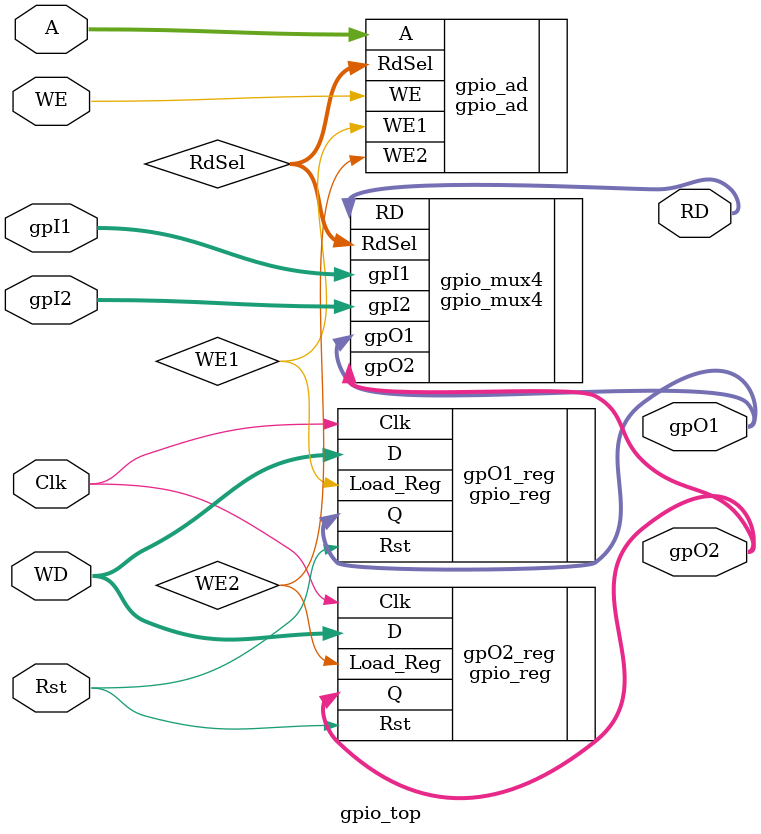
<source format=v>
`timescale 1ns / 1ps

module gpio_top(
        input wire [1:0] A,
        input wire WE,
        input wire [31:0] gpI1, gpI2,
        input wire [31:0] WD,
        input wire Rst, Clk,
        output [31:0] gpO1, gpO2, 
        output [31:0] RD
    );
    
    wire WE1, WE2;
    wire [1:0] RdSel;
    
    gpio_ad gpio_ad (
        .A(A),
        .WE(WE),
        .WE1(WE1),
        .WE2(WE2),
        .RdSel(RdSel)
    );
    
    gpio_reg gpO1_reg (
        .D(WD),
        .Clk(Clk),
        .Rst(Rst),
        .Load_Reg(WE1),
        .Q(gpO1)
    );
    
    gpio_reg gpO2_reg (
        .D(WD),
        .Clk(Clk),
        .Rst(Rst),
        .Load_Reg(WE2),
        .Q(gpO2)
    );
    
    gpio_mux4 gpio_mux4(
        .gpI1(gpI1),
        .gpI2(gpI2),
        .gpO1(gpO1),
        .gpO2(gpO2),
        .RdSel(RdSel),
        .RD(RD)
    );
endmodule

</source>
